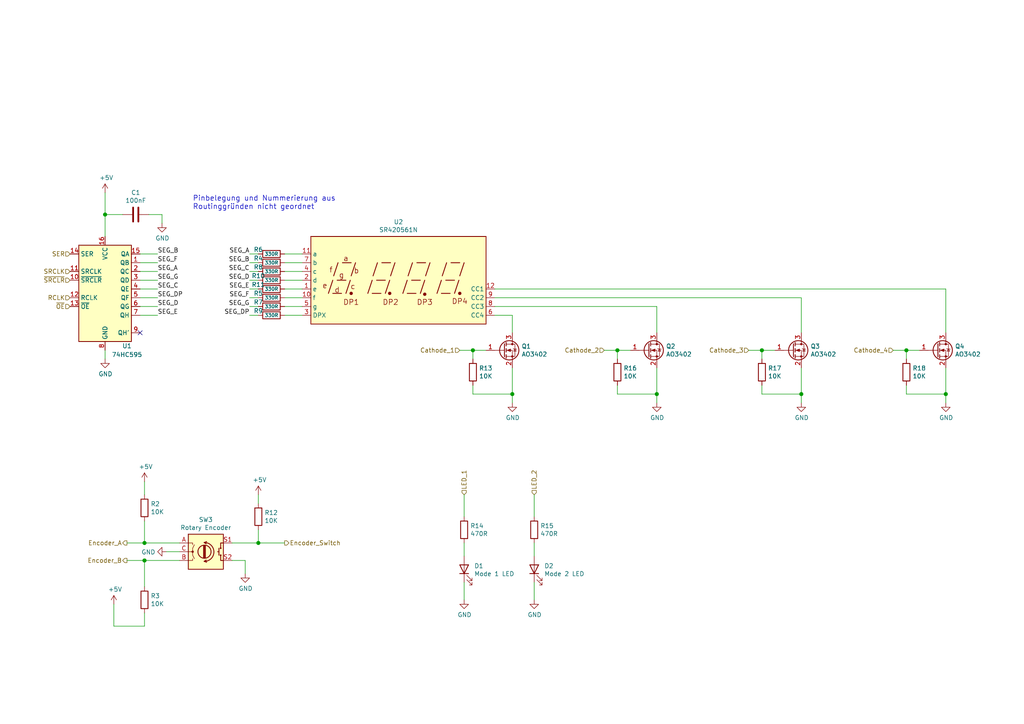
<source format=kicad_sch>
(kicad_sch (version 20210126) (generator eeschema)
  (paper "A4")
  (lib_symbols
    (symbol "74xx:74HC595"
      (property "Reference" "U" (at -7.62 13.97 0))
      (property "Value" "74HC595" (at -7.62 -16.51 0))
      (symbol "74HC595_1_0"
        (pin tri_state line (at 10.16 7.62 180) (length 2.54) (name "QB") (number "1"))
        (pin input line (at -10.16 2.54 0) (length 2.54) (name "~SRCLR") (number "10"))
        (pin input line (at -10.16 5.08 0) (length 2.54) (name "SRCLK") (number "11"))
        (pin input line (at -10.16 -2.54 0) (length 2.54) (name "RCLK") (number "12"))
        (pin input line (at -10.16 -5.08 0) (length 2.54) (name "~OE") (number "13"))
        (pin input line (at -10.16 10.16 0) (length 2.54) (name "SER") (number "14"))
        (pin tri_state line (at 10.16 10.16 180) (length 2.54) (name "QA") (number "15"))
        (pin power_in line (at 0 15.24 270) (length 2.54) (name "VCC") (number "16"))
        (pin tri_state line (at 10.16 5.08 180) (length 2.54) (name "QC") (number "2"))
        (pin tri_state line (at 10.16 2.54 180) (length 2.54) (name "QD") (number "3"))
        (pin tri_state line (at 10.16 0 180) (length 2.54) (name "QE") (number "4"))
        (pin tri_state line (at 10.16 -2.54 180) (length 2.54) (name "QF") (number "5"))
        (pin tri_state line (at 10.16 -5.08 180) (length 2.54) (name "QG") (number "6"))
        (pin tri_state line (at 10.16 -7.62 180) (length 2.54) (name "QH") (number "7"))
        (pin power_in line (at 0 -17.78 90) (length 2.54) (name "GND") (number "8"))
        (pin output line (at 10.16 -12.7 180) (length 2.54) (name "QH'") (number "9"))
      )
      (symbol "74HC595_1_1"
        (rectangle (start -7.62 12.7) (end 7.62 -15.24) (stroke (width 0.254)) (fill (type background)))
      )
    )
    (symbol "Device:C" (pin_numbers hide) (pin_names (offset 0.254))
      (property "Reference" "C" (at 0.635 2.54 0))
      (property "Value" "C" (at 0.635 -2.54 0))
      (symbol "C_0_1"
        (polyline (pts (xy -2.032 -0.762) (xy 2.032 -0.762)) (stroke (width 0.508)))
        (polyline (pts (xy -2.032 0.762) (xy 2.032 0.762)) (stroke (width 0.508)))
      )
      (symbol "C_1_1"
        (pin passive line (at 0 3.81 270) (length 2.794) (name "~") (number "1"))
        (pin passive line (at 0 -3.81 90) (length 2.794) (name "~") (number "2"))
      )
    )
    (symbol "Device:LED" (pin_numbers hide) (pin_names hide)
      (property "Reference" "D" (at 0 2.54 0))
      (property "Value" "LED" (at 0 -2.54 0))
      (symbol "LED_0_1"
        (polyline (pts (xy -1.27 -1.27) (xy -1.27 1.27)) (stroke (width 0.254)))
        (polyline (pts (xy -1.27 0) (xy 1.27 0)))
        (polyline (pts (xy 1.27 -1.27) (xy 1.27 1.27) (xy -1.27 0) (xy 1.27 -1.27)) (stroke (width 0.254)))
        (polyline (pts (xy -3.048 -0.762) (xy -4.572 -2.286) (xy -3.81 -2.286) (xy -4.572 -2.286) (xy -4.572 -1.524)))
        (polyline (pts (xy -1.778 -0.762) (xy -3.302 -2.286) (xy -2.54 -2.286) (xy -3.302 -2.286) (xy -3.302 -1.524)))
      )
      (symbol "LED_1_1"
        (pin passive line (at -3.81 0 0) (length 2.54) (name "K") (number "1"))
        (pin passive line (at 3.81 0 180) (length 2.54) (name "A") (number "2"))
      )
    )
    (symbol "Device:Q_NMOS_GSD" (pin_names (offset 0) hide)
      (property "Reference" "Q" (at 5.08 1.27 0))
      (property "Value" "Q_NMOS_GSD" (at 5.08 -1.27 0))
      (symbol "Q_NMOS_GSD_0_1"
        (circle (center 1.651 0) (radius 2.794) (stroke (width 0.254)))
        (circle (center 2.54 -1.778) (radius 0.254) (fill (type outline)))
        (circle (center 2.54 1.778) (radius 0.254) (fill (type outline)))
        (polyline (pts (xy 0.254 0) (xy -2.54 0)))
        (polyline (pts (xy 0.254 1.905) (xy 0.254 -1.905)) (stroke (width 0.254)))
        (polyline (pts (xy 0.762 -1.27) (xy 0.762 -2.286)) (stroke (width 0.254)))
        (polyline (pts (xy 0.762 0.508) (xy 0.762 -0.508)) (stroke (width 0.254)))
        (polyline (pts (xy 0.762 2.286) (xy 0.762 1.27)) (stroke (width 0.254)))
        (polyline (pts (xy 2.54 2.54) (xy 2.54 1.778)))
        (polyline (pts (xy 2.54 -2.54) (xy 2.54 0) (xy 0.762 0)))
        (polyline (pts (xy 0.762 -1.778) (xy 3.302 -1.778) (xy 3.302 1.778) (xy 0.762 1.778)))
        (polyline (pts (xy 2.794 0.508) (xy 2.921 0.381) (xy 3.683 0.381) (xy 3.81 0.254)))
        (polyline (pts (xy 3.302 0.381) (xy 2.921 -0.254) (xy 3.683 -0.254) (xy 3.302 0.381)))
        (polyline (pts (xy 1.016 0) (xy 2.032 0.381) (xy 2.032 -0.381) (xy 1.016 0)) (fill (type outline)))
      )
      (symbol "Q_NMOS_GSD_1_1"
        (pin input line (at -5.08 0 0) (length 2.54) (name "G") (number "1"))
        (pin passive line (at 2.54 -5.08 90) (length 2.54) (name "S") (number "2"))
        (pin passive line (at 2.54 5.08 270) (length 2.54) (name "D") (number "3"))
      )
    )
    (symbol "Device:R" (pin_numbers hide) (pin_names (offset 0))
      (property "Reference" "R" (at 2.032 0 90))
      (property "Value" "R" (at 0 0 90))
      (symbol "R_0_1"
        (rectangle (start -1.016 -2.54) (end 1.016 2.54) (stroke (width 0.254)))
      )
      (symbol "R_1_1"
        (pin passive line (at 0 3.81 270) (length 1.27) (name "~") (number "1"))
        (pin passive line (at 0 -3.81 90) (length 1.27) (name "~") (number "2"))
      )
    )
    (symbol "Device:Rotary_Encoder_Switch" (pin_names (offset 0.254) hide)
      (property "Reference" "SW" (at 0 6.604 0))
      (property "Value" "Rotary_Encoder_Switch" (at 0 -6.604 0))
      (symbol "Rotary_Encoder_Switch_0_1"
        (arc (start -0.381 -2.794) (end -0.381 2.667) (radius (at -0.381 -0.0508) (length 2.7432) (angles -89.9 89.9)) (stroke (width 0.254)))
        (circle (center -0.381 0) (radius 1.905) (stroke (width 0.254)))
        (circle (center 4.318 -1.016) (radius 0.127) (stroke (width 0.254)))
        (circle (center 4.318 1.016) (radius 0.127) (stroke (width 0.254)))
        (circle (center -3.81 0) (radius 0.254) (fill (type outline)))
        (rectangle (start -5.08 5.08) (end 5.08 -5.08) (stroke (width 0.254)) (fill (type background)))
        (polyline (pts (xy -0.635 -1.778) (xy -0.635 1.778)) (stroke (width 0.254)))
        (polyline (pts (xy -0.381 -1.778) (xy -0.381 1.778)) (stroke (width 0.254)))
        (polyline (pts (xy -0.127 1.778) (xy -0.127 -1.778)) (stroke (width 0.254)))
        (polyline (pts (xy 3.81 0) (xy 3.429 0)) (stroke (width 0.254)))
        (polyline (pts (xy 3.81 1.016) (xy 3.81 -1.016)) (stroke (width 0.254)))
        (polyline (pts (xy -5.08 -2.54) (xy -3.81 -2.54) (xy -3.81 -2.032)))
        (polyline (pts (xy -5.08 2.54) (xy -3.81 2.54) (xy -3.81 2.032)))
        (polyline (pts (xy 0.254 -3.048) (xy -0.508 -2.794) (xy 0.127 -2.413)) (stroke (width 0.254)))
        (polyline (pts (xy 0.254 2.921) (xy -0.508 2.667) (xy 0.127 2.286)) (stroke (width 0.254)))
        (polyline (pts (xy 5.08 -2.54) (xy 4.318 -2.54) (xy 4.318 -1.016)) (stroke (width 0.254)))
        (polyline (pts (xy 5.08 2.54) (xy 4.318 2.54) (xy 4.318 1.016)) (stroke (width 0.254)))
        (polyline (pts (xy -5.08 0) (xy -3.81 0) (xy -3.81 -1.016) (xy -3.302 -2.032)))
        (polyline (pts (xy -4.318 0) (xy -3.81 0) (xy -3.81 1.016) (xy -3.302 2.032)))
      )
      (symbol "Rotary_Encoder_Switch_1_1"
        (pin passive line (at -7.62 2.54 0) (length 2.54) (name "A") (number "A"))
        (pin passive line (at -7.62 -2.54 0) (length 2.54) (name "B") (number "B"))
        (pin passive line (at -7.62 0 0) (length 2.54) (name "C") (number "C"))
        (pin passive line (at 7.62 2.54 180) (length 2.54) (name "S1") (number "S1"))
        (pin passive line (at 7.62 -2.54 180) (length 2.54) (name "S2") (number "S2"))
      )
    )
    (symbol "Display_Character:CC56-12YWA"
      (property "Reference" "U" (at -24.13 13.97 0))
      (property "Value" "CC56-12YWA" (at 17.78 13.97 0))
      (symbol "CC56-12YWA_0_0"
        (text "a" (at -15.24 6.35 0) (effects (font (size 1.524 1.524))))
        (text "b" (at -12.192 2.794 0) (effects (font (size 1.524 1.524))))
        (text "c" (at -13.208 -1.778 0) (effects (font (size 1.524 1.524))))
        (text "d" (at -17.78 -2.794 0) (effects (font (size 1.524 1.524))))
        (text "DP1" (at -13.716 -6.35 0) (effects (font (size 1.524 1.524))))
        (text "DP2" (at -2.286 -6.35 0) (effects (font (size 1.524 1.524))))
        (text "DP3" (at 7.62 -6.35 0) (effects (font (size 1.524 1.524))))
        (text "DP4" (at 17.78 -6.096 0) (effects (font (size 1.524 1.524))))
        (text "e" (at -21.336 -1.524 0) (effects (font (size 1.524 1.524))))
        (text "f" (at -19.558 3.048 0) (effects (font (size 1.524 1.524))))
        (text "g" (at -16.51 1.524 0) (effects (font (size 1.524 1.524))))
        (rectangle (start -25.4 12.7) (end 25.4 -12.7) (stroke (width 0.254)) (fill (type background)))
        (polyline (pts (xy -20.32 -3.81) (xy -19.05 0)) (stroke (width 0.254)))
        (polyline (pts (xy -19.05 -3.81) (xy -16.51 -3.81)) (stroke (width 0.254)))
        (polyline (pts (xy -18.796 1.27) (xy -17.526 5.08)) (stroke (width 0.254)))
        (polyline (pts (xy -17.78 0) (xy -15.24 0)) (stroke (width 0.254)))
        (polyline (pts (xy -16.256 5.08) (xy -13.716 5.08)) (stroke (width 0.254)))
        (polyline (pts (xy -15.24 -3.81) (xy -13.97 0)) (stroke (width 0.254)))
        (polyline (pts (xy -13.716 1.27) (xy -12.446 5.08)) (stroke (width 0.254)))
        (polyline (pts (xy -8.89 -3.81) (xy -7.62 0)) (stroke (width 0.254)))
        (polyline (pts (xy -7.62 -3.81) (xy -5.08 -3.81)) (stroke (width 0.254)))
        (polyline (pts (xy -7.366 1.27) (xy -6.096 5.08)) (stroke (width 0.254)))
        (polyline (pts (xy -6.35 0) (xy -3.81 0)) (stroke (width 0.254)))
        (polyline (pts (xy -4.826 5.08) (xy -2.286 5.08)) (stroke (width 0.254)))
        (polyline (pts (xy -3.81 -3.81) (xy -2.54 0)) (stroke (width 0.254)))
        (polyline (pts (xy -2.286 1.27) (xy -1.016 5.08)) (stroke (width 0.254)))
        (polyline (pts (xy 1.27 -3.81) (xy 2.54 0)) (stroke (width 0.254)))
        (polyline (pts (xy 2.54 -3.81) (xy 5.08 -3.81)) (stroke (width 0.254)))
        (polyline (pts (xy 2.794 1.27) (xy 4.064 5.08)) (stroke (width 0.254)))
        (polyline (pts (xy 3.81 0) (xy 6.35 0)) (stroke (width 0.254)))
        (polyline (pts (xy 5.334 5.08) (xy 7.874 5.08)) (stroke (width 0.254)))
        (polyline (pts (xy 6.35 -3.81) (xy 7.62 0)) (stroke (width 0.254)))
        (polyline (pts (xy 7.874 1.27) (xy 9.144 5.08)) (stroke (width 0.254)))
        (polyline (pts (xy 11.176 -3.81) (xy 12.446 0)) (stroke (width 0.254)))
        (polyline (pts (xy 12.446 -3.81) (xy 14.986 -3.81)) (stroke (width 0.254)))
        (polyline (pts (xy 12.7 1.27) (xy 13.97 5.08)) (stroke (width 0.254)))
        (polyline (pts (xy 13.716 0) (xy 16.256 0)) (stroke (width 0.254)))
        (polyline (pts (xy 15.24 5.08) (xy 17.78 5.08)) (stroke (width 0.254)))
        (polyline (pts (xy 16.256 -3.81) (xy 17.526 0)) (stroke (width 0.254)))
        (polyline (pts (xy 17.78 1.27) (xy 19.05 5.08)) (stroke (width 0.254)))
      )
      (symbol "CC56-12YWA_0_1"
        (circle (center -13.716 -3.81) (radius 0.3556) (stroke (width 0.254)) (fill (type outline)))
        (circle (center -2.54 -3.81) (radius 0.3556) (stroke (width 0.254)) (fill (type outline)))
      )
      (symbol "CC56-12YWA_1_0"
        (circle (center 7.62 -4.064) (radius 0.3556) (stroke (width 0.254)) (fill (type outline)))
        (circle (center 17.78 -3.81) (radius 0.3556) (stroke (width 0.254)) (fill (type outline)))
      )
      (symbol "CC56-12YWA_1_1"
        (pin input line (at -27.94 -2.54 0) (length 2.54) (name "e") (number "1"))
        (pin input line (at -27.94 -5.08 0) (length 2.54) (name "f") (number "10"))
        (pin input line (at -27.94 7.62 0) (length 2.54) (name "a") (number "11"))
        (pin input line (at 27.94 -2.54 180) (length 2.54) (name "CC1") (number "12"))
        (pin input line (at -27.94 0 0) (length 2.54) (name "d") (number "2"))
        (pin input line (at -27.94 -10.16 0) (length 2.54) (name "DPX") (number "3"))
        (pin input line (at -27.94 2.54 0) (length 2.54) (name "c") (number "4"))
        (pin input line (at -27.94 -7.62 0) (length 2.54) (name "g") (number "5"))
        (pin input line (at 27.94 -10.16 180) (length 2.54) (name "CC4") (number "6"))
        (pin input line (at -27.94 5.08 0) (length 2.54) (name "b") (number "7"))
        (pin input line (at 27.94 -7.62 180) (length 2.54) (name "CC3") (number "8"))
        (pin input line (at 27.94 -5.08 180) (length 2.54) (name "CC2") (number "9"))
      )
    )
    (symbol "power:+5V" (power) (pin_names (offset 0))
      (property "Value" "+5V" (at 0 3.556 0))
      (symbol "+5V_0_1"
        (polyline (pts (xy -0.762 1.27) (xy 0 2.54)))
        (polyline (pts (xy 0 0) (xy 0 2.54)))
        (polyline (pts (xy 0 2.54) (xy 0.762 1.27)))
      )
      (symbol "+5V_1_1"
        (pin power_in line (at 0 0 90) (length 0) hide (name "+5V") (number "1"))
      )
    )
    (symbol "power:GND" (power) (pin_names (offset 0))
      (property "Value" "GND" (at 0 -3.81 0))
      (symbol "GND_0_1"
        (polyline (pts (xy 0 0) (xy 0 -1.27) (xy 1.27 -1.27) (xy 0 -2.54) (xy -1.27 -1.27) (xy 0 -1.27)))
      )
      (symbol "GND_1_1"
        (pin power_in line (at 0 0 270) (length 0) hide (name "GND") (number "1"))
      )
    )
  )
  (junction (at 30.48 62.23) (diameter 1.016))
  (junction (at 41.91 157.48) (diameter 1.016))
  (junction (at 41.91 162.56) (diameter 1.016))
  (junction (at 74.93 157.48) (diameter 1.016))
  (junction (at 137.16 101.6) (diameter 1.016))
  (junction (at 148.59 114.3) (diameter 1.016))
  (junction (at 179.07 101.6) (diameter 1.016))
  (junction (at 190.5 114.3) (diameter 1.016))
  (junction (at 220.98 101.6) (diameter 1.016))
  (junction (at 232.41 114.3) (diameter 1.016))
  (junction (at 262.89 101.6) (diameter 1.016))
  (junction (at 274.32 114.3) (diameter 1.016))
  (no_connect (at 40.64 96.52))
  (wire (pts (xy 30.48 55.88) (xy 30.48 62.23)))
  (wire (pts (xy 30.48 62.23) (xy 30.48 68.58)))
  (wire (pts (xy 30.48 62.23) (xy 35.56 62.23)))
  (wire (pts (xy 30.48 101.6) (xy 30.48 104.14)))
  (wire (pts (xy 33.02 175.26) (xy 33.02 181.61)))
  (wire (pts (xy 33.02 181.61) (xy 41.91 181.61)))
  (wire (pts (xy 36.83 157.48) (xy 41.91 157.48)))
  (wire (pts (xy 36.83 162.56) (xy 41.91 162.56)))
  (wire (pts (xy 40.64 73.66) (xy 45.72 73.66)))
  (wire (pts (xy 40.64 76.2) (xy 45.72 76.2)))
  (wire (pts (xy 40.64 78.74) (xy 45.72 78.74)))
  (wire (pts (xy 40.64 81.28) (xy 45.72 81.28)))
  (wire (pts (xy 40.64 83.82) (xy 45.72 83.82)))
  (wire (pts (xy 40.64 86.36) (xy 45.72 86.36)))
  (wire (pts (xy 40.64 88.9) (xy 45.72 88.9)))
  (wire (pts (xy 40.64 91.44) (xy 45.72 91.44)))
  (wire (pts (xy 41.91 139.7) (xy 41.91 143.51)))
  (wire (pts (xy 41.91 157.48) (xy 41.91 151.13)))
  (wire (pts (xy 41.91 162.56) (xy 52.07 162.56)))
  (wire (pts (xy 41.91 170.18) (xy 41.91 162.56)))
  (wire (pts (xy 41.91 181.61) (xy 41.91 177.8)))
  (wire (pts (xy 46.99 62.23) (xy 43.18 62.23)))
  (wire (pts (xy 46.99 64.77) (xy 46.99 62.23)))
  (wire (pts (xy 48.26 160.02) (xy 52.07 160.02)))
  (wire (pts (xy 52.07 157.48) (xy 41.91 157.48)))
  (wire (pts (xy 67.31 157.48) (xy 74.93 157.48)))
  (wire (pts (xy 71.12 162.56) (xy 67.31 162.56)))
  (wire (pts (xy 71.12 166.37) (xy 71.12 162.56)))
  (wire (pts (xy 72.39 73.66) (xy 74.93 73.66)))
  (wire (pts (xy 72.39 76.2) (xy 74.93 76.2)))
  (wire (pts (xy 72.39 78.74) (xy 74.93 78.74)))
  (wire (pts (xy 72.39 81.28) (xy 74.93 81.28)))
  (wire (pts (xy 72.39 83.82) (xy 74.93 83.82)))
  (wire (pts (xy 72.39 86.36) (xy 74.93 86.36)))
  (wire (pts (xy 72.39 88.9) (xy 74.93 88.9)))
  (wire (pts (xy 72.39 91.44) (xy 74.93 91.44)))
  (wire (pts (xy 74.93 143.51) (xy 74.93 146.05)))
  (wire (pts (xy 74.93 153.67) (xy 74.93 157.48)))
  (wire (pts (xy 74.93 157.48) (xy 82.55 157.48)))
  (wire (pts (xy 82.55 73.66) (xy 87.63 73.66)))
  (wire (pts (xy 82.55 76.2) (xy 87.63 76.2)))
  (wire (pts (xy 82.55 78.74) (xy 87.63 78.74)))
  (wire (pts (xy 82.55 81.28) (xy 87.63 81.28)))
  (wire (pts (xy 82.55 83.82) (xy 87.63 83.82)))
  (wire (pts (xy 82.55 86.36) (xy 87.63 86.36)))
  (wire (pts (xy 82.55 88.9) (xy 87.63 88.9)))
  (wire (pts (xy 82.55 91.44) (xy 87.63 91.44)))
  (wire (pts (xy 133.35 101.6) (xy 137.16 101.6)))
  (wire (pts (xy 134.62 143.51) (xy 134.62 149.86)))
  (wire (pts (xy 134.62 157.48) (xy 134.62 161.29)))
  (wire (pts (xy 134.62 168.91) (xy 134.62 173.99)))
  (wire (pts (xy 137.16 101.6) (xy 140.97 101.6)))
  (wire (pts (xy 137.16 104.14) (xy 137.16 101.6)))
  (wire (pts (xy 137.16 111.76) (xy 137.16 114.3)))
  (wire (pts (xy 137.16 114.3) (xy 148.59 114.3)))
  (wire (pts (xy 143.51 83.82) (xy 274.32 83.82)))
  (wire (pts (xy 143.51 86.36) (xy 232.41 86.36)))
  (wire (pts (xy 143.51 88.9) (xy 190.5 88.9)))
  (wire (pts (xy 143.51 91.44) (xy 148.59 91.44)))
  (wire (pts (xy 148.59 91.44) (xy 148.59 96.52)))
  (wire (pts (xy 148.59 106.68) (xy 148.59 114.3)))
  (wire (pts (xy 148.59 114.3) (xy 148.59 116.84)))
  (wire (pts (xy 154.94 143.51) (xy 154.94 149.86)))
  (wire (pts (xy 154.94 157.48) (xy 154.94 161.29)))
  (wire (pts (xy 154.94 168.91) (xy 154.94 173.99)))
  (wire (pts (xy 175.26 101.6) (xy 179.07 101.6)))
  (wire (pts (xy 179.07 101.6) (xy 182.88 101.6)))
  (wire (pts (xy 179.07 104.14) (xy 179.07 101.6)))
  (wire (pts (xy 179.07 111.76) (xy 179.07 114.3)))
  (wire (pts (xy 179.07 114.3) (xy 190.5 114.3)))
  (wire (pts (xy 190.5 88.9) (xy 190.5 96.52)))
  (wire (pts (xy 190.5 106.68) (xy 190.5 114.3)))
  (wire (pts (xy 190.5 114.3) (xy 190.5 116.84)))
  (wire (pts (xy 217.17 101.6) (xy 220.98 101.6)))
  (wire (pts (xy 220.98 101.6) (xy 224.79 101.6)))
  (wire (pts (xy 220.98 104.14) (xy 220.98 101.6)))
  (wire (pts (xy 220.98 111.76) (xy 220.98 114.3)))
  (wire (pts (xy 220.98 114.3) (xy 232.41 114.3)))
  (wire (pts (xy 232.41 86.36) (xy 232.41 96.52)))
  (wire (pts (xy 232.41 106.68) (xy 232.41 114.3)))
  (wire (pts (xy 232.41 114.3) (xy 232.41 116.84)))
  (wire (pts (xy 259.08 101.6) (xy 262.89 101.6)))
  (wire (pts (xy 262.89 101.6) (xy 266.7 101.6)))
  (wire (pts (xy 262.89 104.14) (xy 262.89 101.6)))
  (wire (pts (xy 262.89 111.76) (xy 262.89 114.3)))
  (wire (pts (xy 262.89 114.3) (xy 274.32 114.3)))
  (wire (pts (xy 274.32 83.82) (xy 274.32 96.52)))
  (wire (pts (xy 274.32 106.68) (xy 274.32 114.3)))
  (wire (pts (xy 274.32 114.3) (xy 274.32 116.84)))
  (text "Pinbelegung und Nummerierung aus\nRoutinggründen nicht geordnet" (at 55.88 60.96 0) (effects (font (size 1.5 1.5)) (justify left bottom)))
  (label "SEG_B" (at 45.72 73.66 0))
  (label "SEG_F" (at 45.72 76.2 0))
  (label "SEG_A" (at 45.72 78.74 0))
  (label "SEG_G" (at 45.72 81.28 0))
  (label "SEG_C" (at 45.72 83.82 0))
  (label "SEG_DP" (at 45.72 86.36 0))
  (label "SEG_D" (at 45.72 88.9 0))
  (label "SEG_E" (at 45.72 91.44 0))
  (label "SEG_A" (at 72.39 73.66 180))
  (label "SEG_B" (at 72.39 76.2 180))
  (label "SEG_C" (at 72.39 78.74 180))
  (label "SEG_D" (at 72.39 81.28 180))
  (label "SEG_E" (at 72.39 83.82 180))
  (label "SEG_F" (at 72.39 86.36 180))
  (label "SEG_G" (at 72.39 88.9 180))
  (label "SEG_DP" (at 72.39 91.44 180))
  (hierarchical_label "SER" (shape input) (at 20.32 73.66 180))
  (hierarchical_label "SRCLK" (shape input) (at 20.32 78.74 180))
  (hierarchical_label "~SRCLR" (shape input) (at 20.32 81.28 180))
  (hierarchical_label "RCLK" (shape input) (at 20.32 86.36 180))
  (hierarchical_label "~OE" (shape input) (at 20.32 88.9 180))
  (hierarchical_label "Encoder_A" (shape output) (at 36.83 157.48 180))
  (hierarchical_label "Encoder_B" (shape output) (at 36.83 162.56 180))
  (hierarchical_label "Encoder_Switch" (shape output) (at 82.55 157.48 0))
  (hierarchical_label "Cathode_1" (shape input) (at 133.35 101.6 180))
  (hierarchical_label "LED_1" (shape input) (at 134.62 143.51 90))
  (hierarchical_label "LED_2" (shape input) (at 154.94 143.51 90))
  (hierarchical_label "Cathode_2" (shape input) (at 175.26 101.6 180))
  (hierarchical_label "Cathode_3" (shape input) (at 217.17 101.6 180))
  (hierarchical_label "Cathode_4" (shape input) (at 259.08 101.6 180))
  (symbol (lib_id "power:+5V") (at 30.48 55.88 0) (unit 1)
    (property "Reference" "#PWR010" (effects hide))
    (property "Value" "+5V" (at 30.8483 51.5556 0))
  )
  (symbol (lib_id "power:+5V") (at 33.02 175.26 0) (unit 1)
    (property "Reference" "#PWR07" (effects hide))
    (property "Value" "+5V" (at 33.3883 170.9356 0))
  )
  (symbol (lib_id "power:+5V") (at 41.91 139.7 0) (unit 1)
    (property "Reference" "#PWR08" (effects hide))
    (property "Value" "+5V" (at 42.2783 135.3756 0))
  )
  (symbol (lib_id "power:+5V") (at 74.93 143.51 0) (unit 1)
    (property "Reference" "#PWR014" (effects hide))
    (property "Value" "+5V" (at 75.2983 139.1856 0))
  )
  (symbol (lib_id "power:GND") (at 30.48 104.14 0) (unit 1)
    (property "Reference" "#PWR011" (effects hide))
    (property "Value" "GND" (at 30.5943 108.4644 0))
  )
  (symbol (lib_id "power:GND") (at 46.99 64.77 0) (unit 1)
    (property "Reference" "#PWR013" (effects hide))
    (property "Value" "GND" (at 47.1043 69.0944 0))
  )
  (symbol (lib_id "power:GND") (at 48.26 160.02 270) (unit 1)
    (property "Reference" "#PWR09" (effects hide))
    (property "Value" "GND" (at 45.085 160.1343 90) (effects (justify right)))
  )
  (symbol (lib_id "power:GND") (at 71.12 166.37 0) (unit 1)
    (property "Reference" "#PWR012" (effects hide))
    (property "Value" "GND" (at 71.2343 170.6944 0))
  )
  (symbol (lib_id "power:GND") (at 134.62 173.99 0) (unit 1)
    (property "Reference" "#PWR015" (effects hide))
    (property "Value" "GND" (at 134.7343 178.3144 0))
  )
  (symbol (lib_id "power:GND") (at 148.59 116.84 0) (unit 1)
    (property "Reference" "#PWR016" (effects hide))
    (property "Value" "GND" (at 148.7043 121.1644 0))
  )
  (symbol (lib_id "power:GND") (at 154.94 173.99 0) (unit 1)
    (property "Reference" "#PWR017" (effects hide))
    (property "Value" "GND" (at 155.0543 178.3144 0))
  )
  (symbol (lib_id "power:GND") (at 190.5 116.84 0) (unit 1)
    (property "Reference" "#PWR018" (effects hide))
    (property "Value" "GND" (at 190.6143 121.1644 0))
  )
  (symbol (lib_id "power:GND") (at 232.41 116.84 0) (unit 1)
    (property "Reference" "#PWR019" (effects hide))
    (property "Value" "GND" (at 232.5243 121.1644 0))
  )
  (symbol (lib_id "power:GND") (at 274.32 116.84 0) (unit 1)
    (property "Reference" "#PWR020" (effects hide))
    (property "Value" "GND" (at 274.4343 121.1644 0))
  )
  (symbol (lib_id "Device:R") (at 41.91 147.32 0) (unit 1)
    (property "Reference" "R2" (at 43.6881 146.1706 0) (effects (justify left)))
    (property "Value" "10K" (at 43.688 148.469 0) (effects (justify left)))
    (property "Footprint" "Resistor_SMD:R_0603_1608Metric_Pad0.98x0.95mm_HandSolder" (effects hide))
  )
  (symbol (lib_id "Device:R") (at 41.91 173.99 0) (unit 1)
    (property "Reference" "R3" (at 43.6881 172.8406 0) (effects (justify left)))
    (property "Value" "10K" (at 43.688 175.139 0) (effects (justify left)))
    (property "Footprint" "Resistor_SMD:R_0603_1608Metric_Pad0.98x0.95mm_HandSolder" (effects hide))
  )
  (symbol (lib_id "Device:R") (at 74.93 149.86 0) (unit 1)
    (property "Reference" "R12" (at 76.7081 148.7106 0) (effects (justify left)))
    (property "Value" "10K" (at 76.708 151.009 0) (effects (justify left)))
    (property "Footprint" "Resistor_SMD:R_0603_1608Metric_Pad0.98x0.95mm_HandSolder" (effects hide))
  )
  (symbol (lib_id "Device:R") (at 78.74 73.66 90) (unit 1)
    (property "Reference" "R6" (at 74.93 72.39 90))
    (property "Value" "330R" (at 78.74 73.66 90) (effects (font (size 1 1))))
    (property "Footprint" "Resistor_SMD:R_0603_1608Metric_Pad0.98x0.95mm_HandSolder" (effects hide))
  )
  (symbol (lib_id "Device:R") (at 78.74 76.2 90) (unit 1)
    (property "Reference" "R4" (at 74.93 74.93 90))
    (property "Value" "330R" (at 78.74 76.2 90) (effects (font (size 1 1))))
    (property "Footprint" "Resistor_SMD:R_0603_1608Metric_Pad0.98x0.95mm_HandSolder" (effects hide))
  )
  (symbol (lib_id "Device:R") (at 78.74 78.74 90) (unit 1)
    (property "Reference" "R8" (at 74.93 77.47 90))
    (property "Value" "330R" (at 78.74 78.74 90) (effects (font (size 1 1))))
    (property "Footprint" "Resistor_SMD:R_0603_1608Metric_Pad0.98x0.95mm_HandSolder" (effects hide))
  )
  (symbol (lib_id "Device:R") (at 78.74 81.28 90) (unit 1)
    (property "Reference" "R10" (at 74.93 80.01 90))
    (property "Value" "330R" (at 78.74 81.28 90) (effects (font (size 1 1))))
    (property "Footprint" "Resistor_SMD:R_0603_1608Metric_Pad0.98x0.95mm_HandSolder" (effects hide))
  )
  (symbol (lib_id "Device:R") (at 78.74 83.82 90) (unit 1)
    (property "Reference" "R11" (at 74.93 82.55 90))
    (property "Value" "330R" (at 78.74 83.82 90) (effects (font (size 1 1))))
    (property "Footprint" "Resistor_SMD:R_0603_1608Metric_Pad0.98x0.95mm_HandSolder" (effects hide))
  )
  (symbol (lib_id "Device:R") (at 78.74 86.36 90) (unit 1)
    (property "Reference" "R5" (at 74.93 85.09 90))
    (property "Value" "330R" (at 78.74 86.36 90) (effects (font (size 1 1))))
    (property "Footprint" "Resistor_SMD:R_0603_1608Metric_Pad0.98x0.95mm_HandSolder" (effects hide))
  )
  (symbol (lib_id "Device:R") (at 78.74 88.9 90) (unit 1)
    (property "Reference" "R7" (at 74.93 87.63 90))
    (property "Value" "330R" (at 78.74 88.9 90) (effects (font (size 1 1))))
    (property "Footprint" "Resistor_SMD:R_0603_1608Metric_Pad0.98x0.95mm_HandSolder" (effects hide))
  )
  (symbol (lib_id "Device:R") (at 78.74 91.44 90) (unit 1)
    (property "Reference" "R9" (at 74.93 90.17 90))
    (property "Value" "330R" (at 78.74 91.44 90) (effects (font (size 1 1))))
    (property "Footprint" "Resistor_SMD:R_0603_1608Metric_Pad0.98x0.95mm_HandSolder" (effects hide))
  )
  (symbol (lib_id "Device:R") (at 134.62 153.67 0) (unit 1)
    (property "Reference" "R14" (at 136.3981 152.5206 0) (effects (justify left)))
    (property "Value" "470R" (at 136.398 154.819 0) (effects (justify left)))
    (property "Footprint" "Resistor_SMD:R_0603_1608Metric_Pad0.98x0.95mm_HandSolder" (effects hide))
  )
  (symbol (lib_id "Device:R") (at 137.16 107.95 0) (unit 1)
    (property "Reference" "R13" (at 138.9381 106.8006 0) (effects (justify left)))
    (property "Value" "10K" (at 138.938 109.099 0) (effects (justify left)))
    (property "Footprint" "Resistor_SMD:R_0603_1608Metric_Pad0.98x0.95mm_HandSolder" (effects hide))
  )
  (symbol (lib_id "Device:R") (at 154.94 153.67 0) (unit 1)
    (property "Reference" "R15" (at 156.7181 152.5206 0) (effects (justify left)))
    (property "Value" "470R" (at 156.718 154.819 0) (effects (justify left)))
    (property "Footprint" "Resistor_SMD:R_0603_1608Metric_Pad0.98x0.95mm_HandSolder" (effects hide))
  )
  (symbol (lib_id "Device:R") (at 179.07 107.95 0) (unit 1)
    (property "Reference" "R16" (at 180.8481 106.8006 0) (effects (justify left)))
    (property "Value" "10K" (at 180.848 109.099 0) (effects (justify left)))
    (property "Footprint" "Resistor_SMD:R_0603_1608Metric_Pad0.98x0.95mm_HandSolder" (effects hide))
  )
  (symbol (lib_id "Device:R") (at 220.98 107.95 0) (unit 1)
    (property "Reference" "R17" (at 222.7581 106.8006 0) (effects (justify left)))
    (property "Value" "10K" (at 222.758 109.099 0) (effects (justify left)))
    (property "Footprint" "Resistor_SMD:R_0603_1608Metric_Pad0.98x0.95mm_HandSolder" (effects hide))
  )
  (symbol (lib_id "Device:R") (at 262.89 107.95 0) (unit 1)
    (property "Reference" "R18" (at 264.6681 106.8006 0) (effects (justify left)))
    (property "Value" "10K" (at 264.668 109.099 0) (effects (justify left)))
    (property "Footprint" "Resistor_SMD:R_0603_1608Metric_Pad0.98x0.95mm_HandSolder" (effects hide))
  )
  (symbol (lib_id "Device:LED") (at 134.62 165.1 90) (unit 1)
    (property "Reference" "D1" (at 137.5411 164.1411 90) (effects (justify right)))
    (property "Value" "Mode 1 LED" (at 137.541 166.44 90) (effects (justify right)))
    (property "Footprint" "LED_SMD:LED_0805_2012Metric_Pad1.15x1.40mm_HandSolder" (effects hide))
  )
  (symbol (lib_id "Device:LED") (at 154.94 165.1 90) (unit 1)
    (property "Reference" "D2" (at 157.8611 164.1411 90) (effects (justify right)))
    (property "Value" "Mode 2 LED" (at 157.861 166.44 90) (effects (justify right)))
    (property "Footprint" "LED_SMD:LED_0805_2012Metric_Pad1.15x1.40mm_HandSolder" (effects hide))
  )
  (symbol (lib_id "Device:C") (at 39.37 62.23 90) (unit 1)
    (property "Reference" "C1" (at 39.37 55.8608 90))
    (property "Value" "100nF" (at 39.37 58.159 90))
    (property "Footprint" "Capacitor_SMD:C_0603_1608Metric_Pad1.08x0.95mm_HandSolder" (effects hide))
  )
  (symbol (lib_id "Device:Q_NMOS_GSD") (at 146.05 101.6 0) (unit 1)
    (property "Reference" "Q1" (at 151.257 100.451 0) (effects (justify left)))
    (property "Value" "AO3402" (at 151.2571 102.7493 0) (effects (justify left)))
    (property "Footprint" "Package_TO_SOT_SMD:SOT-23_Handsoldering" (effects hide))
    (property "Datasheet" "https://datasheet.lcsc.com/szlcsc/Alpha-Omega-Semicon-AOS-AO3402_C14385.pdf" (effects hide))
    (property "lcsc" "https://lcsc.com/product-detail/MOSFET_Alpha-Omega-Semicon_AO3402_Alpha-Omega-Semicon-AOS-AO3402_C14385.html" (effects hide))
  )
  (symbol (lib_id "Device:Q_NMOS_GSD") (at 187.96 101.6 0) (unit 1)
    (property "Reference" "Q2" (at 193.167 100.451 0) (effects (justify left)))
    (property "Value" "AO3402" (at 193.1671 102.7493 0) (effects (justify left)))
    (property "Footprint" "Package_TO_SOT_SMD:SOT-23_Handsoldering" (effects hide))
    (property "Datasheet" "https://datasheet.lcsc.com/szlcsc/Alpha-Omega-Semicon-AOS-AO3402_C14385.pdf" (effects hide))
    (property "lcsc" "https://lcsc.com/product-detail/MOSFET_Alpha-Omega-Semicon_AO3402_Alpha-Omega-Semicon-AOS-AO3402_C14385.html" (effects hide))
  )
  (symbol (lib_id "Device:Q_NMOS_GSD") (at 229.87 101.6 0) (unit 1)
    (property "Reference" "Q3" (at 235.077 100.451 0) (effects (justify left)))
    (property "Value" "AO3402" (at 235.0771 102.7493 0) (effects (justify left)))
    (property "Footprint" "Package_TO_SOT_SMD:SOT-23_Handsoldering" (effects hide))
    (property "Datasheet" "https://datasheet.lcsc.com/szlcsc/Alpha-Omega-Semicon-AOS-AO3402_C14385.pdf" (effects hide))
    (property "lcsc" "https://lcsc.com/product-detail/MOSFET_Alpha-Omega-Semicon_AO3402_Alpha-Omega-Semicon-AOS-AO3402_C14385.html" (effects hide))
  )
  (symbol (lib_id "Device:Q_NMOS_GSD") (at 271.78 101.6 0) (unit 1)
    (property "Reference" "Q4" (at 276.987 100.451 0) (effects (justify left)))
    (property "Value" "AO3402" (at 276.9871 102.7493 0) (effects (justify left)))
    (property "Footprint" "Package_TO_SOT_SMD:SOT-23_Handsoldering" (effects hide))
    (property "Datasheet" "https://datasheet.lcsc.com/szlcsc/Alpha-Omega-Semicon-AOS-AO3402_C14385.pdf" (effects hide))
    (property "lcsc" "https://lcsc.com/product-detail/MOSFET_Alpha-Omega-Semicon_AO3402_Alpha-Omega-Semicon-AOS-AO3402_C14385.html" (effects hide))
  )
  (symbol (lib_id "Device:Rotary_Encoder_Switch") (at 59.69 160.02 0) (unit 1)
    (property "Reference" "SW3" (at 59.69 150.7298 0))
    (property "Value" "Rotary Encoder" (at 59.69 153.028 0))
    (property "Footprint" "Rotary_Encoder:RotaryEncoder_Alps_EC11E-Switch_Vertical_H20mm" (effects hide))
  )
  (symbol (lib_id "74xx:74HC595") (at 30.48 83.82 0) (unit 1)
    (property "Reference" "U1" (at 36.83 100.33 0))
    (property "Value" "74HC595" (at 36.83 102.87 0))
    (property "Footprint" "Package_SO:SOIC-16_3.9x9.9mm_P1.27mm" (effects hide))
    (property "Datasheet" "http://www.ti.com/lit/ds/symlink/sn74hc595.pdf" (effects hide))
  )
  (symbol (lib_id "Display_Character:CC56-12YWA") (at 115.57 81.28 0) (unit 1)
    (property "Reference" "U2" (at 115.57 64.3698 0))
    (property "Value" "SR420561N" (at 115.57 66.669 0))
    (property "Footprint" "sonstige:SR420561N" (effects hide))
    (property "Datasheet" "https://datasheet.lcsc.com/szlcsc/Wuxi-ARK-Tech-Elec-SR420561N_C109200.pdf" (effects hide))
    (property "lcsc" "https://lcsc.com/product-detail/Led-Segment-Display_ARKLED-Wuxi-ARK-Tech-Elec-SR420561N_C109200.html" (effects hide))
  )
)
</source>
